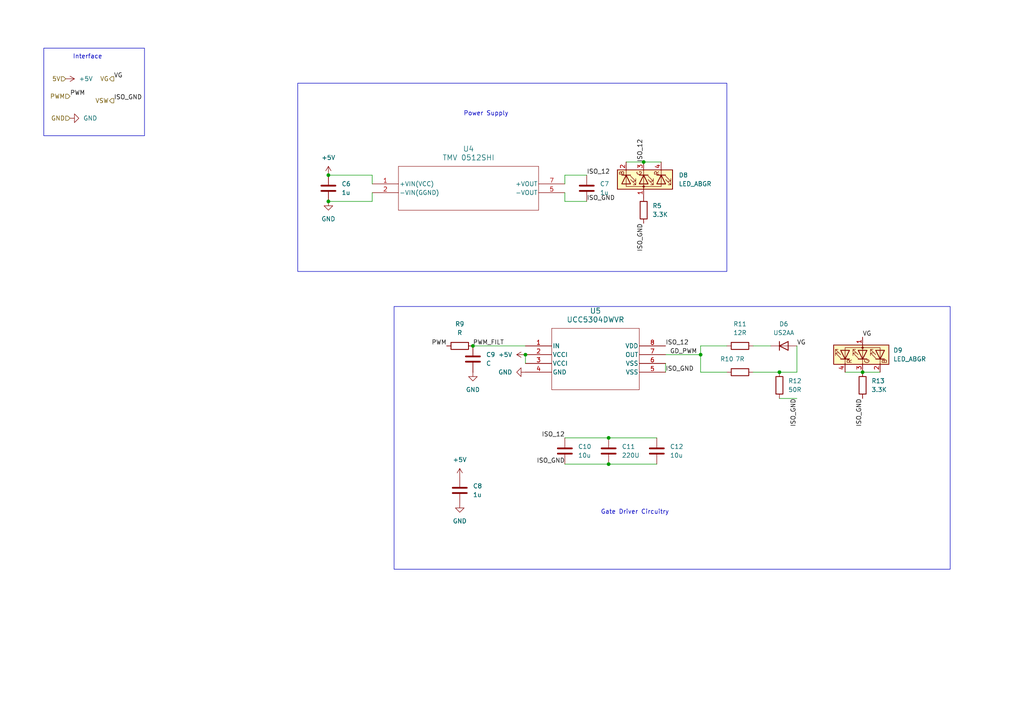
<source format=kicad_sch>
(kicad_sch (version 20250114) (generator "eeschema") (generator_version "9.0")
  (paper "A4")
  (title_block (title "Lecture_Tutorial") (date "2025-02-20") (rev "R0") (company "AbdullahZafar"))
  (lib_symbols
    (symbol "2025-02-18_19-35-50:UCC5304DWVR" (pin_names (offset 0.254))
      (property "Reference" "U" (at 20.32 10.16 0))
      (property "Value" "UCC5304DWVR" (at 20.32 7.62 0))
      (symbol "UCC5304DWVR_0_1"
        (polyline (pts (xy 7.62 5.08) (xy 7.62 -12.7)) (stroke (width 0.127)))
        (polyline (pts (xy 7.62 -12.7) (xy 33.02 -12.7)) (stroke (width 0.127)))
        (polyline (pts (xy 33.02 5.08) (xy 7.62 5.08)) (stroke (width 0.127)))
        (polyline (pts (xy 33.02 -12.7) (xy 33.02 5.08)) (stroke (width 0.127)))
        (pin input line (at 0 0 0) (length 7.62) (name "IN") (number "1"))
        (pin power_in line (at 0 -2.54 0) (length 7.62) (name "VCCI") (number "2"))
        (pin power_in line (at 0 -5.08 0) (length 7.62) (name "VCCI") (number "3"))
        (pin power_out line (at 0 -7.62 0) (length 7.62) (name "GND") (number "4"))
        (pin power_in line (at 40.64 0 180) (length 7.62) (name "VDD") (number "8"))
        (pin output line (at 40.64 -2.54 180) (length 7.62) (name "OUT") (number "7"))
        (pin power_out line (at 40.64 -5.08 180) (length 7.62) (name "VSS") (number "6"))
        (pin power_out line (at 40.64 -7.62 180) (length 7.62) (name "VSS") (number "5"))
      )
    )
    (symbol "2025-02-22_01-23-13:TMV_0512SHI" (pin_names (offset 0.254))
      (property "Reference" "U" (at 27.94 10.16 0))
      (property "Value" "TMV 0512SHI" (at 27.94 7.62 0))
      (symbol "TMV_0512SHI_0_1"
        (polyline (pts (xy 7.62 5.08) (xy 7.62 -7.62)) (stroke (width 0.127)))
        (polyline (pts (xy 7.62 -7.62) (xy 48.26 -7.62)) (stroke (width 0.127)))
        (polyline (pts (xy 48.26 5.08) (xy 7.62 5.08)) (stroke (width 0.127)))
        (polyline (pts (xy 48.26 -7.62) (xy 48.26 5.08)) (stroke (width 0.127)))
        (pin power_in line (at 0 0 0) (length 7.62) (name "+VIN(VCC)") (number "1"))
        (pin power_in line (at 0 -2.54 0) (length 7.62) (name "-VIN(GGND)") (number "2"))
        (pin output line (at 55.88 0 180) (length 7.62) (name "+VOUT") (number "7"))
        (pin output line (at 55.88 -2.54 180) (length 7.62) (name "-VOUT") (number "5"))
      )
    )
    (symbol "Device:C" (pin_numbers (hide yes)) (pin_names (offset 0.254))
      (property "Reference" "C" (at 0.635 2.54 0))
      (property "Value" "C" (at 0.635 -2.54 0))
      (symbol "C_0_1"
        (polyline (pts (xy -2.032 0.762) (xy 2.032 0.762)) (stroke (width 0.508)))
        (polyline (pts (xy -2.032 -0.762) (xy 2.032 -0.762)) (stroke (width 0.508)))
      )
      (symbol "C_1_1"
        (pin passive line (at 0 3.81 270) (length 2.794) (name "~") (number "1"))
        (pin passive line (at 0 -3.81 90) (length 2.794) (name "~") (number "2"))
      )
    )
    (symbol "Device:LED_ABGR" (pin_names (offset 0) (hide yes))
      (property "Reference" "D" (at 0 9.398 0))
      (property "Value" "LED_ABGR" (at 0 -8.89 0))
      (symbol "LED_ABGR_0_0"
        (text "R" (at -1.905 3.81 0) (effects (font (size 1.27 1.27))))
        (text "G" (at -1.905 -1.27 0) (effects (font (size 1.27 1.27))))
        (text "B" (at -1.905 -6.35 0) (effects (font (size 1.27 1.27))))
      )
      (symbol "LED_ABGR_0_1"
        (polyline (pts (xy -1.27 6.35) (xy -1.27 3.81)) (stroke (width 0.254)))
        (polyline (pts (xy -1.27 6.35) (xy -1.27 3.81) (xy -1.27 3.81)))
        (polyline (pts (xy -1.27 5.08) (xy -2.54 5.08)))
        (polyline (pts (xy -1.27 5.08) (xy 1.27 5.08)))
        (polyline (pts (xy -1.27 1.27) (xy -1.27 -1.27)) (stroke (width 0.254)))
        (polyline (pts (xy -1.27 1.27) (xy -1.27 -1.27) (xy -1.27 -1.27)))
        (polyline (pts (xy -1.27 0) (xy -2.54 0)))
        (polyline (pts (xy -1.27 -3.81) (xy -1.27 -6.35)) (stroke (width 0.254)))
        (polyline (pts (xy -1.27 -5.08) (xy -2.54 -5.08)))
        (polyline (pts (xy -1.27 -5.08) (xy 1.27 -5.08)))
        (polyline (pts (xy -1.016 6.35) (xy 0.508 7.874) (xy -0.254 7.874) (xy 0.508 7.874) (xy 0.508 7.112)))
        (polyline (pts (xy -1.016 1.27) (xy 0.508 2.794) (xy -0.254 2.794) (xy 0.508 2.794) (xy 0.508 2.032)))
        (polyline (pts (xy -1.016 -3.81) (xy 0.508 -2.286) (xy -0.254 -2.286) (xy 0.508 -2.286) (xy 0.508 -3.048)))
        (polyline (pts (xy 0 6.35) (xy 1.524 7.874) (xy 0.762 7.874) (xy 1.524 7.874) (xy 1.524 7.112)))
        (polyline (pts (xy 0 1.27) (xy 1.524 2.794) (xy 0.762 2.794) (xy 1.524 2.794) (xy 1.524 2.032)))
        (polyline (pts (xy 0 -3.81) (xy 1.524 -2.286) (xy 0.762 -2.286) (xy 1.524 -2.286) (xy 1.524 -3.048)))
        (polyline (pts (xy 1.27 6.35) (xy 1.27 3.81) (xy -1.27 5.08) (xy 1.27 6.35)) (stroke (width 0.254)))
        (rectangle (start 1.27 6.35) (end 1.27 6.35))
        (rectangle (start 1.27 3.81) (end 1.27 6.35))
        (polyline (pts (xy 1.27 1.27) (xy 1.27 -1.27) (xy -1.27 0) (xy 1.27 1.27)) (stroke (width 0.254)))
        (rectangle (start 1.27 1.27) (end 1.27 1.27))
        (polyline (pts (xy 1.27 0) (xy -1.27 0)))
        (polyline (pts (xy 1.27 0) (xy 2.54 0)))
        (rectangle (start 1.27 -1.27) (end 1.27 1.27))
        (polyline (pts (xy 1.27 -3.81) (xy 1.27 -6.35) (xy -1.27 -5.08) (xy 1.27 -3.81)) (stroke (width 0.254)))
        (polyline (pts (xy 1.27 -5.08) (xy 2.032 -5.08) (xy 2.032 5.08) (xy 1.27 5.08)))
        (circle (center 2.032 0) (radius 0.254) (fill (type outline)))
        (rectangle (start 2.794 8.382) (end -2.794 -7.62) (stroke (width 0.254)) (fill (type background)))
      )
      (symbol "LED_ABGR_1_1"
        (pin passive line (at -5.08 5.08 0) (length 2.54) (name "RK") (number "4"))
        (pin passive line (at -5.08 0 0) (length 2.54) (name "GK") (number "3"))
        (pin passive line (at -5.08 -5.08 0) (length 2.54) (name "BK") (number "2"))
        (pin passive line (at 5.08 0 180) (length 2.54) (name "A") (number "1"))
      )
    )
    (symbol "Device:R" (pin_numbers (hide yes)) (pin_names (offset 0))
      (property "Reference" "R" (at 2.032 0 90))
      (property "Value" "R" (at 0 0 90))
      (symbol "R_0_1"
        (rectangle (start -1.016 -2.54) (end 1.016 2.54) (stroke (width 0.254)))
      )
      (symbol "R_1_1"
        (pin passive line (at 0 3.81 270) (length 1.27) (name "~") (number "1"))
        (pin passive line (at 0 -3.81 90) (length 1.27) (name "~") (number "2"))
      )
    )
    (symbol "Diode:US2AA" (pin_numbers (hide yes)) (pin_names (hide yes))
      (property "Reference" "D" (at 0 2.54 0))
      (property "Value" "US2AA" (at 0 -2.54 0))
      (symbol "US2AA_0_1"
        (polyline (pts (xy -1.27 1.27) (xy -1.27 -1.27)) (stroke (width 0.254)))
        (polyline (pts (xy 1.27 1.27) (xy 1.27 -1.27) (xy -1.27 0) (xy 1.27 1.27)) (stroke (width 0.254)))
        (polyline (pts (xy 1.27 0) (xy -1.27 0)))
      )
      (symbol "US2AA_1_1"
        (pin passive line (at -3.81 0 0) (length 2.54) (name "K") (number "1"))
        (pin passive line (at 3.81 0 180) (length 2.54) (name "A") (number "2"))
      )
    )
    (symbol "power:+5V" (power) (pin_numbers (hide yes)) (pin_names (offset 0) (hide yes))
      (property "Value" "+5V" (at 0 3.556 0))
      (symbol "+5V_0_1"
        (polyline (pts (xy -0.762 1.27) (xy 0 2.54)))
        (polyline (pts (xy 0 2.54) (xy 0.762 1.27)))
        (polyline (pts (xy 0 0) (xy 0 2.54)))
      )
      (symbol "+5V_1_1"
        (pin power_in line (at 0 0 90) (length 0) (name "~") (number "1"))
      )
    )
    (symbol "power:GND" (power) (pin_numbers (hide yes)) (pin_names (offset 0) (hide yes))
      (property "Value" "GND" (at 0 -3.81 0))
      (symbol "GND_0_1"
        (polyline (pts (xy 0 0) (xy 0 -1.27) (xy 1.27 -1.27) (xy 0 -2.54) (xy -1.27 -1.27) (xy 0 -1.27)))
      )
      (symbol "GND_1_1"
        (pin power_in line (at 0 0 270) (length 0) (name "~") (number "1"))
      )
    )
  )
  (rectangle (start 12.7 13.97) (end 41.91 39.37))
  (rectangle (start 86.36 24.13) (end 210.82 78.74))
  (rectangle (start 114.3 88.9) (end 275.59 165.1))
  (text "Interface\n" (at 25.4 16.51 0) (effects (font (size 1.27 1.27))))
  (text "Power Supply\n" (at 140.97 33.02 0) (effects (font (size 1.27 1.27))))
  (text "Gate Driver Circuitry\n" (at 184.15 148.59 0) (effects (font (size 1.27 1.27))))
  (junction (at 152.4 102.87))
  (junction (at 95.25 50.8))
  (junction (at 250.19 107.95))
  (junction (at 137.16 100.33))
  (junction (at 176.53 134.62))
  (junction (at 186.69 46.99))
  (junction (at 176.53 127))
  (junction (at 226.06 107.95))
  (junction (at 95.25 58.42))
  (junction (at 203.2 102.87))
  (wire (pts (xy 245.11 107.95) (xy 250.19 107.95)))
  (wire (pts (xy 218.44 107.95) (xy 226.06 107.95)))
  (wire (pts (xy 218.44 100.33) (xy 223.52 100.33)))
  (wire (pts (xy 203.2 100.33) (xy 210.82 100.33)))
  (wire (pts (xy 203.2 102.87) (xy 203.2 100.33)))
  (wire (pts (xy 163.83 50.8) (xy 163.83 53.34)))
  (wire (pts (xy 181.61 46.99) (xy 186.69 46.99)))
  (wire (pts (xy 152.4 102.87) (xy 152.4 105.41)))
  (wire (pts (xy 137.16 100.33) (xy 152.4 100.33)))
  (wire (pts (xy 226.06 115.57) (xy 231.14 115.57)))
  (wire (pts (xy 210.82 107.95) (xy 203.2 107.95)))
  (wire (pts (xy 107.95 53.34) (xy 107.95 50.8)))
  (wire (pts (xy 163.83 127) (xy 176.53 127)))
  (wire (pts (xy 163.83 58.42) (xy 170.18 58.42)))
  (wire (pts (xy 163.83 134.62) (xy 176.53 134.62)))
  (wire (pts (xy 203.2 107.95) (xy 203.2 102.87)))
  (wire (pts (xy 170.18 50.8) (xy 163.83 50.8)))
  (wire (pts (xy 186.69 46.99) (xy 191.77 46.99)))
  (wire (pts (xy 231.14 107.95) (xy 226.06 107.95)))
  (wire (pts (xy 107.95 58.42) (xy 95.25 58.42)))
  (wire (pts (xy 193.04 105.41) (xy 193.04 107.95)))
  (wire (pts (xy 163.83 55.88) (xy 163.83 58.42)))
  (wire (pts (xy 231.14 100.33) (xy 231.14 107.95)))
  (wire (pts (xy 193.04 102.87) (xy 203.2 102.87)))
  (wire (pts (xy 107.95 50.8) (xy 95.25 50.8)))
  (wire (pts (xy 250.19 107.95) (xy 255.27 107.95)))
  (wire (pts (xy 107.95 55.88) (xy 107.95 58.42)))
  (wire (pts (xy 176.53 134.62) (xy 190.5 134.62)))
  (wire (pts (xy 176.53 127) (xy 190.5 127)))
  (label "ISO_12" (at 170.18 50.8 0))
  (label "PWM_FILT" (at 137.16 100.33 0))
  (label "ISO_GND" (at 33.02 29.21 0))
  (label "PWM" (at 20.32 27.94 0))
  (label "ISO_GND" (at 170.18 58.42 0))
  (label "ISO_GND" (at 193.04 107.95 0))
  (label "ISO_GND" (at 186.69 64.77 270))
  (label "ISO_GND" (at 250.19 115.57 270))
  (label "ISO_12" (at 163.83 127 180))
  (label "VG" (at 33.02 22.86 0))
  (label "VG" (at 231.14 100.33 0))
  (label "GD_PWM" (at 194.31 102.87 0))
  (label "ISO_GND" (at 231.14 115.57 270))
  (label "PWM" (at 129.54 100.33 180))
  (label "ISO_12" (at 186.69 46.99 90))
  (label "ISO_12" (at 193.04 100.33 0))
  (label "VG" (at 250.19 97.79 0))
  (label "ISO_GND" (at 163.83 134.62 180))
  (hierarchical_label "VSW" (shape output) (at 33.02 29.21 180))
  (hierarchical_label "GND" (shape input) (at 20.32 34.29 180))
  (hierarchical_label "5V" (shape input) (at 19.05 22.86 180))
  (hierarchical_label "VG" (shape output) (at 33.02 22.86 180))
  (hierarchical_label "PWM" (shape input) (at 20.32 27.94 180))
  (symbol (lib_id "Device:C") (at 137.16 104.14 0) (unit 1)
    (property "Reference" "C9" (at 140.97 102.8699 0) (effects (justify left)))
    (property "Value" "C" (at 140.97 105.4099 0) (effects (justify left)))
    (property "Footprint" "Capacitor_SMD:C_0805_2012Metric_Pad1.18x1.45mm_HandSolder" (effects (hide yes)))
    (property "Description" "Unpolarized capacitor" (effects (hide yes)))
  )
  (symbol (lib_id "power:+5V") (at 95.25 50.8 0) (unit 1)
    (property "Reference" "#PWR045" (effects (hide yes)))
    (property "Value" "+5V" (at 95.25 45.72 0))
    (property "Description" "Power symbol creates a global label with name \"+5V\"" (effects (hide yes)))
  )
  (symbol (lib_id "power:GND") (at 133.35 146.05 0) (unit 1)
    (property "Reference" "#PWR051" (effects (hide yes)))
    (property "Value" "GND" (at 133.35 151.13 0))
    (property "Description" "Power symbol creates a global label with name \"GND\" , ground" (effects (hide yes)))
  )
  (symbol (lib_id "Device:R") (at 133.35 100.33 90) (unit 1)
    (property "Reference" "R9" (at 133.35 93.98 90))
    (property "Value" "R" (at 133.35 96.52 90))
    (property "Footprint" "Resistor_SMD:R_0805_2012Metric_Pad1.20x1.40mm_HandSolder" (effects (hide yes)))
    (property "Description" "Resistor" (effects (hide yes)))
  )
  (symbol (lib_id "power:+5V") (at 133.35 138.43 0) (unit 1)
    (property "Reference" "#PWR052" (effects (hide yes)))
    (property "Value" "+5V" (at 133.35 133.35 0))
    (property "Description" "Power symbol creates a global label with name \"+5V\"" (effects (hide yes)))
  )
  (symbol (lib_id "Device:R") (at 226.06 111.76 180) (unit 1)
    (property "Reference" "R12" (at 228.6 110.4899 0) (effects (justify right)))
    (property "Value" "50R" (at 228.6 113.0299 0) (effects (justify right)))
    (property "Footprint" "Resistor_SMD:R_1206_3216Metric_Pad1.30x1.75mm_HandSolder" (effects (hide yes)))
    (property "Datasheet" "RCP1206W50R0JTP" (effects (hide yes)))
    (property "Description" "Resistor" (effects (hide yes)))
    (property "Part No." "RCP1206W50R0JTP" (effects (hide yes)))
  )
  (symbol (lib_id "power:GND") (at 95.25 58.42 0) (unit 1)
    (property "Reference" "#PWR044" (effects (hide yes)))
    (property "Value" "GND" (at 95.25 63.5 0))
    (property "Description" "Power symbol creates a global label with name \"GND\" , ground" (effects (hide yes)))
  )
  (symbol (lib_id "power:GND") (at 20.32 34.29 90) (unit 1)
    (property "Reference" "#PWR042" (effects (hide yes)))
    (property "Value" "GND" (at 24.13 34.2899 90) (effects (justify right)))
    (property "Description" "Power symbol creates a global label with name \"GND\" , ground" (effects (hide yes)))
  )
  (symbol (lib_id "power:GND") (at 152.4 107.95 270) (unit 1)
    (property "Reference" "#PWR054" (effects (hide yes)))
    (property "Value" "GND" (at 148.59 107.9499 90) (effects (justify right)))
    (property "Description" "Power symbol creates a global label with name \"GND\" , ground" (effects (hide yes)))
  )
  (symbol (lib_id "Diode:US2AA") (at 227.33 100.33 0) (unit 1)
    (property "Reference" "D6" (at 227.33 93.98 0))
    (property "Value" "US2AA" (at 227.33 96.52 0))
    (property "Footprint" "Diode_SMD:D_SMA" (effects (hide yes)))
    (property "Datasheet" "https://www.onsemi.com/pub/Collateral/US2AA-D.PDF" (effects (hide yes)))
    (property "Description" "50V, 1.5A, General Purpose Rectifier Diode, SMA(DO-214AC)" (effects (hide yes)))
    (property "Sim.Device" "D" (effects (hide yes)))
    (property "Sim.Pins" "1=K 2=A" (effects (hide yes)))
  )
  (symbol (lib_id "2025-02-22_01-23-13:TMV_0512SHI") (at 107.95 53.34 0) (unit 1)
    (property "Reference" "U4" (at 135.89 43.18 0) (effects (font (size 1.524 1.524))))
    (property "Value" "TMV 0512SHI" (at 135.89 45.72 0) (effects (font (size 1.524 1.524))))
    (property "Footprint" "footprints:TMV-HI_SINGLE_TRP" (effects (hide yes)))
    (property "Datasheet" "TMV 0512SHI" (effects (hide yes)))
  )
  (symbol (lib_id "Device:C") (at 190.5 130.81 0) (unit 1)
    (property "Reference" "C12" (at 194.31 129.5399 0) (effects (justify left)))
    (property "Value" "10u" (at 194.31 132.0799 0) (effects (justify left)))
    (property "Footprint" "Capacitor_SMD:C_0805_2012Metric" (effects (hide yes)))
    (property "Datasheet" "Bypass_Capacitor" (effects (hide yes)))
    (property "Description" "Unpolarized capacitor" (effects (hide yes)))
    (property "Part No." "TMCP1E105MTRF" (effects (hide yes)))
  )
  (symbol (lib_id "Device:R") (at 250.19 111.76 0) (unit 1)
    (property "Reference" "R13" (at 252.73 110.4899 0) (effects (justify left)))
    (property "Value" "3.3K" (at 252.73 113.0299 0) (effects (justify left)))
    (property "Footprint" "Resistor_SMD:R_0805_2012Metric_Pad1.20x1.40mm_HandSolder" (effects (hide yes)))
    (property "Datasheet" "ERJ-P06F3301V" (effects (hide yes)))
    (property "Description" "Resistor" (effects (hide yes)))
    (property "Part No." "ERJ-P06F3301V" (effects (hide yes)))
  )
  (symbol (lib_id "Device:C") (at 163.83 130.81 0) (unit 1)
    (property "Reference" "C10" (at 167.64 129.5399 0) (effects (justify left)))
    (property "Value" "10u" (at 167.64 132.0799 0) (effects (justify left)))
    (property "Footprint" "Capacitor_SMD:C_0805_2012Metric" (effects (hide yes)))
    (property "Datasheet" "Bypass_Capacitor" (effects (hide yes)))
    (property "Description" "Unpolarized capacitor" (effects (hide yes)))
    (property "Part No." "TMCP1E105MTRF" (effects (hide yes)))
  )
  (symbol (lib_id "Device:R") (at 186.69 60.96 0) (unit 1)
    (property "Reference" "R5" (at 189.23 59.6899 0) (effects (justify left)))
    (property "Value" "3.3K" (at 189.23 62.2299 0) (effects (justify left)))
    (property "Footprint" "Resistor_SMD:R_0805_2012Metric_Pad1.20x1.40mm_HandSolder" (effects (hide yes)))
    (property "Datasheet" "ERJ-P06F3301V" (effects (hide yes)))
    (property "Description" "Resistor" (effects (hide yes)))
    (property "Part No." "ERJ-P06F3301V" (effects (hide yes)))
  )
  (symbol (lib_id "Device:R") (at 214.63 100.33 90) (unit 1)
    (property "Reference" "R11" (at 214.63 93.98 90))
    (property "Value" "12R" (at 214.63 96.52 90))
    (property "Footprint" "Resistor_SMD:R_0805_2012Metric_Pad1.20x1.40mm_HandSolder" (effects (hide yes)))
    (property "Datasheet" "RC0805FR-0713RL" (effects (hide yes)))
    (property "Description" "Resistor" (effects (hide yes)))
    (property "Part No." "RC0805FR-0713RL" (effects (hide yes)))
  )
  (symbol (lib_id "2025-02-18_19-35-50:UCC5304DWVR") (at 152.4 100.33 0) (unit 1)
    (property "Reference" "U5" (at 172.72 90.17 0) (effects (font (size 1.524 1.524))))
    (property "Value" "UCC5304DWVR" (at 172.72 92.71 0) (effects (font (size 1.524 1.524))))
    (property "Footprint" "footprints:SOIC8_DWV_TEX" (effects (hide yes)))
    (property "Datasheet" "UCC5304DWVR" (effects (hide yes)))
  )
  (symbol (lib_id "Device:C") (at 170.18 54.61 0) (unit 1)
    (property "Reference" "C7" (at 173.99 53.3399 0) (effects (justify left)))
    (property "Value" "1u" (at 173.99 55.8799 0) (effects (justify left)))
    (property "Footprint" "Capacitor_SMD:C_0805_2012Metric" (effects (hide yes)))
    (property "Datasheet" "Tantalum Decoupling Capacitor" (effects (hide yes)))
    (property "Description" "Unpolarized capacitor" (effects (hide yes)))
    (property "Part No." "TMCP1E105MTRF" (effects (hide yes)))
  )
  (symbol (lib_id "Device:C") (at 176.53 130.81 0) (unit 1)
    (property "Reference" "C11" (at 180.34 129.5399 0) (effects (justify left)))
    (property "Value" "220U" (at 180.34 132.0799 0) (effects (justify left)))
    (property "Footprint" "Capacitor_SMD:C_0805_2012Metric" (effects (hide yes)))
    (property "Datasheet" "Bypass_Capacitor" (effects (hide yes)))
    (property "Description" "Unpolarized capacitor" (effects (hide yes)))
    (property "Part No." "TMCP1E105MTRF" (effects (hide yes)))
  )
  (symbol (lib_id "Device:LED_ABGR") (at 250.19 102.87 90) (unit 1)
    (property "Reference" "D9" (at 259.08 101.5999 90) (effects (justify right)))
    (property "Value" "LED_ABGR" (at 259.08 104.1399 90) (effects (justify right)))
    (property "Footprint" "LED_SMD:LED_0805_2012Metric" (effects (hide yes)))
    (property "Description" "RGB LED, anode/blue/green/red" (effects (hide yes)))
  )
  (symbol (lib_id "Device:C") (at 95.25 54.61 0) (unit 1)
    (property "Reference" "C6" (at 99.06 53.3399 0) (effects (justify left)))
    (property "Value" "1u" (at 99.06 55.8799 0) (effects (justify left)))
    (property "Footprint" "Capacitor_SMD:C_0805_2012Metric" (effects (hide yes)))
    (property "Datasheet" "Tantalum Decoupling Capacitor" (effects (hide yes)))
    (property "Description" "Unpolarized capacitor" (effects (hide yes)))
    (property "Part No." "TMCP1E105MTRF" (effects (hide yes)))
  )
  (symbol (lib_id "power:GND") (at 137.16 107.95 0) (unit 1)
    (property "Reference" "#PWR055" (effects (hide yes)))
    (property "Value" "GND" (at 137.16 113.03 0))
    (property "Description" "Power symbol creates a global label with name \"GND\" , ground" (effects (hide yes)))
  )
  (symbol (lib_id "Device:LED_ABGR") (at 186.69 52.07 270) (unit 1)
    (property "Reference" "D8" (at 196.85 50.7999 90) (effects (justify left)))
    (property "Value" "LED_ABGR" (at 196.85 53.3399 90) (effects (justify left)))
    (property "Footprint" "LED_SMD:LED_0805_2012Metric" (effects (hide yes)))
    (property "Description" "RGB LED, anode/blue/green/red" (effects (hide yes)))
  )
  (symbol (lib_id "Device:C") (at 133.35 142.24 0) (unit 1)
    (property "Reference" "C8" (at 137.16 140.9699 0) (effects (justify left)))
    (property "Value" "1u" (at 137.16 143.5099 0) (effects (justify left)))
    (property "Footprint" "Capacitor_SMD:C_0805_2012Metric_Pad1.18x1.45mm_HandSolder" (effects (hide yes)))
    (property "Datasheet" "Tantalum Decoupling Capacitor" (effects (hide yes)))
    (property "Description" "Unpolarized capacitor" (effects (hide yes)))
    (property "Part No." "TMCP1E105MTRF" (effects (hide yes)))
  )
  (symbol (lib_id "power:+5V") (at 19.05 22.86 270) (unit 1)
    (property "Reference" "#PWR041" (effects (hide yes)))
    (property "Value" "+5V" (at 22.86 22.8599 90) (effects (justify left)))
    (property "Description" "Power symbol creates a global label with name \"+5V\"" (effects (hide yes)))
  )
  (symbol (lib_id "power:+5V") (at 152.4 102.87 90) (unit 1)
    (property "Reference" "#PWR053" (effects (hide yes)))
    (property "Value" "+5V" (at 148.59 102.8699 90) (effects (justify left)))
    (property "Description" "Power symbol creates a global label with name \"+5V\"" (effects (hide yes)))
  )
  (symbol (lib_id "Device:R") (at 214.63 107.95 90) (unit 1)
    (property "Reference" "R10" (at 210.82 104.14 90))
    (property "Value" "7R" (at 214.63 104.14 90))
    (property "Footprint" "Resistor_SMD:R_0805_2012Metric_Pad1.20x1.40mm_HandSolder" (effects (hide yes)))
    (property "Datasheet" "RMCF0805FT10K0" (effects (hide yes)))
    (property "Description" "Resistor" (effects (hide yes)))
    (property "Part No." "RMCF0805FT10K0" (effects (hide yes)))
  )
)
</source>
